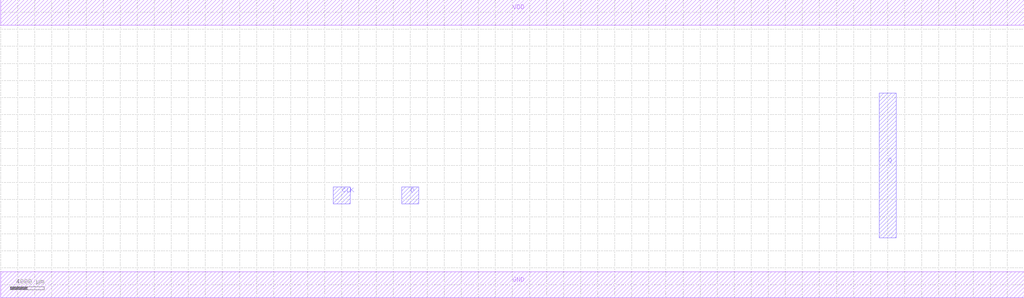
<source format=lef>
MACRO DFFNEGX1
 CLASS CORE ;
 ORIGIN 0 0 ;
 FOREIGN DFFNEGX1 0 0 ;
 SITE CORE ;
 SYMMETRY X Y R90 ;
  PIN VDD
   DIRECTION INOUT ;
   USE SIGNAL ;
   SHAPE ABUTMENT ;
    PORT
     CLASS CORE ;
       LAYER metal1 ;
        RECT 0.00000000 30500.00000000 120000.00000000 33500.00000000 ;
    END
  END VDD

  PIN GND
   DIRECTION INOUT ;
   USE SIGNAL ;
   SHAPE ABUTMENT ;
    PORT
     CLASS CORE ;
       LAYER metal1 ;
        RECT 0.00000000 -1500.00000000 120000.00000000 1500.00000000 ;
    END
  END GND

  PIN D
   DIRECTION INOUT ;
   USE SIGNAL ;
   SHAPE ABUTMENT ;
    PORT
     CLASS CORE ;
       LAYER metal2 ;
        RECT 47000.00000000 9500.00000000 49000.00000000 11500.00000000 ;
    END
  END D

  PIN CLK
   DIRECTION INOUT ;
   USE SIGNAL ;
   SHAPE ABUTMENT ;
    PORT
     CLASS CORE ;
       LAYER metal2 ;
        RECT 39000.00000000 9500.00000000 41000.00000000 11500.00000000 ;
    END
  END CLK

  PIN Q
   DIRECTION INOUT ;
   USE SIGNAL ;
   SHAPE ABUTMENT ;
    PORT
     CLASS CORE ;
       LAYER metal2 ;
        RECT 103000.00000000 5500.00000000 105000.00000000 22500.00000000 ;
    END
  END Q


END DFFNEGX1

</source>
